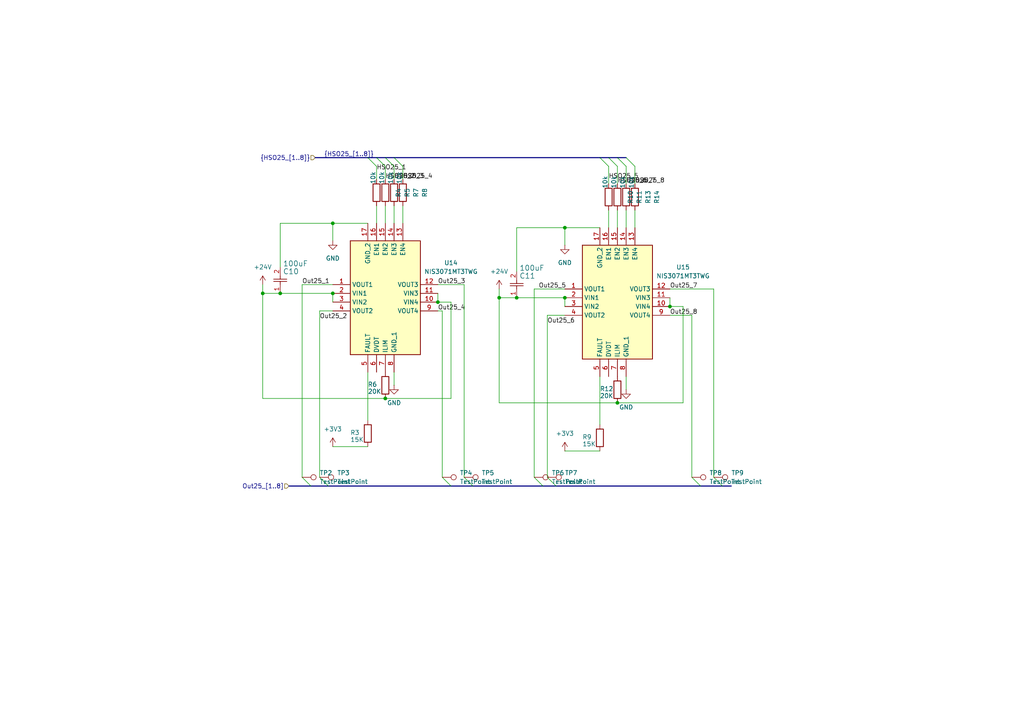
<source format=kicad_sch>
(kicad_sch (version 20231120) (generator "eeschema") (generator_version "8.0")
  (paper "A4")
  (lib_symbols
    (symbol "Connector:TestPoint" (pin_numbers hide) (pin_names (offset 0.762) hide)
      (property "Reference" "TP" (at 0 6.858 0))
      (property "Value" "TestPoint" (at 0 5.08 0))
      (symbol "TestPoint_0_1"
        (circle (center 0 3.302) (radius 0.762))
      )
      (symbol "TestPoint_1_1"
        (pin passive line (at 0 0 90) (length 2.54) (name "1") (number "1"))
      )
    )
    (symbol "Device:R" (pin_numbers hide) (pin_names (offset 0))
      (property "Reference" "R" (at 2.032 0 90))
      (property "Value" "R" (at 0 0 90))
      (symbol "R_0_1"
        (rectangle (start -1.016 -2.54) (end 1.016 2.54) (stroke (width 0.254)))
      )
      (symbol "R_1_1"
        (pin passive line (at 0 3.81 270) (length 1.27) (name "~") (number "1"))
        (pin passive line (at 0 -3.81 90) (length 1.27) (name "~") (number "2"))
      )
    )
    (symbol "HyprLib:CKG57NX7R1V107M500JH" (pin_names (offset 0.254))
      (property "Reference" "C" (at 3.81 3.81 0))
      (property "Value" "CKG57NX7R1V107M500JH" (at 3.81 -3.81 0))
      (symbol "CKG57NX7R1V107M500JH_1_1"
        (polyline (pts (xy 2.54 0) (xy 3.4798 0)) (stroke (width 0.2032)))
        (polyline (pts (xy 3.4798 -1.905) (xy 3.4798 1.905)) (stroke (width 0.2032)))
        (polyline (pts (xy 4.1148 -1.905) (xy 4.1148 1.905)) (stroke (width 0.2032)))
        (polyline (pts (xy 4.1148 0) (xy 5.08 0)) (stroke (width 0.2032)))
        (pin unspecified line (at 0 0 0) (length 2.54) (name "") (number "1"))
        (pin unspecified line (at 7.62 0 180) (length 2.54) (name "") (number "2"))
      )
      (symbol "CKG57NX7R1V107M500JH_1_2"
        (polyline (pts (xy -1.905 -4.1148) (xy 1.905 -4.1148)) (stroke (width 0.2032)))
        (polyline (pts (xy -1.905 -3.4798) (xy 1.905 -3.4798)) (stroke (width 0.2032)))
        (polyline (pts (xy 0 -4.1148) (xy 0 -5.08)) (stroke (width 0.2032)))
        (polyline (pts (xy 0 -2.54) (xy 0 -3.4798)) (stroke (width 0.2032)))
        (pin unspecified line (at 0 0 270) (length 2.54) (name "") (number "1"))
        (pin unspecified line (at 0 -7.62 90) (length 2.54) (name "") (number "2"))
      )
    )
    (symbol "NIS3071MT3TWG:NIS3071MT3TWG"
      (property "Reference" "IC" (at 26.67 17.78 0))
      (property "Value" "NIS3071MT3TWG" (at 26.67 15.24 0))
      (symbol "NIS3071MT3TWG_1_1"
        (rectangle (start 5.08 12.7) (end 25.4 -20.32) (stroke (width 0.254)) (fill (type background)))
        (pin passive line (at 0 0 0) (length 5.08) (name "VOUT1") (number "1"))
        (pin passive line (at 30.48 -5.08 180) (length 5.08) (name "VIN4") (number "10"))
        (pin passive line (at 30.48 -2.54 180) (length 5.08) (name "VIN3") (number "11"))
        (pin passive line (at 30.48 0 180) (length 5.08) (name "VOUT3") (number "12"))
        (pin passive line (at 20.32 17.78 270) (length 5.08) (name "EN4") (number "13"))
        (pin passive line (at 17.78 17.78 270) (length 5.08) (name "EN3") (number "14"))
        (pin passive line (at 15.24 17.78 270) (length 5.08) (name "EN2") (number "15"))
        (pin passive line (at 12.7 17.78 270) (length 5.08) (name "EN1") (number "16"))
        (pin passive line (at 10.16 17.78 270) (length 5.08) (name "GND_2") (number "17"))
        (pin passive line (at 0 -2.54 0) (length 5.08) (name "VIN1") (number "2"))
        (pin passive line (at 0 -5.08 0) (length 5.08) (name "VIN2") (number "3"))
        (pin passive line (at 0 -7.62 0) (length 5.08) (name "VOUT2") (number "4"))
        (pin passive line (at 10.16 -25.4 90) (length 5.08) (name "FAULT") (number "5"))
        (pin passive line (at 12.7 -25.4 90) (length 5.08) (name "DVDT") (number "6"))
        (pin passive line (at 15.24 -25.4 90) (length 5.08) (name "ILIM") (number "7"))
        (pin passive line (at 17.78 -25.4 90) (length 5.08) (name "GND_1") (number "8"))
        (pin passive line (at 30.48 -7.62 180) (length 5.08) (name "VOUT4") (number "9"))
      )
    )
    (symbol "power:+24V" (power) (pin_numbers hide) (pin_names (offset 0) hide)
      (property "Value" "+24V" (at 0 3.556 0))
      (symbol "+24V_0_1"
        (polyline (pts (xy -0.762 1.27) (xy 0 2.54)))
        (polyline (pts (xy 0 0) (xy 0 2.54)))
        (polyline (pts (xy 0 2.54) (xy 0.762 1.27)))
      )
      (symbol "+24V_1_1"
        (pin power_in line (at 0 0 90) (length 0) (name "~") (number "1"))
      )
    )
    (symbol "power:+3V3" (power) (pin_numbers hide) (pin_names (offset 0) hide)
      (property "Value" "+3V3" (at 0 3.556 0))
      (symbol "+3V3_0_1"
        (polyline (pts (xy -0.762 1.27) (xy 0 2.54)))
        (polyline (pts (xy 0 0) (xy 0 2.54)))
        (polyline (pts (xy 0 2.54) (xy 0.762 1.27)))
      )
      (symbol "+3V3_1_1"
        (pin power_in line (at 0 0 90) (length 0) (name "~") (number "1"))
      )
    )
    (symbol "power:GND" (power) (pin_numbers hide) (pin_names (offset 0) hide)
      (property "Value" "GND" (at 0 -3.81 0))
      (symbol "GND_0_1"
        (polyline (pts (xy 0 0) (xy 0 -1.27) (xy 1.27 -1.27) (xy 0 -2.54) (xy -1.27 -1.27) (xy 0 -1.27)))
      )
      (symbol "GND_1_1"
        (pin power_in line (at 0 0 270) (length 0) (name "~") (number "1"))
      )
    )
  )
  (junction (at 163.83 66.04))
  (junction (at 127 87.63))
  (junction (at 179.07 116.84))
  (junction (at 163.83 86.36))
  (junction (at 96.52 85.09))
  (junction (at 111.76 115.57))
  (junction (at 76.2 85.09))
  (junction (at 144.78 86.36))
  (junction (at 81.28 85.09))
  (junction (at 194.31 88.9))
  (junction (at 96.52 64.77))
  (junction (at 149.86 86.36))
  (bus_entry (at 161.29 140.97) (size -2.54 -2.54))
  (bus_entry (at 176.53 45.72) (size 2.54 2.54))
  (bus_entry (at 109.22 45.72) (size 2.54 2.54))
  (bus_entry (at 114.3 45.72) (size 2.54 2.54))
  (bus_entry (at 203.2 140.97) (size -2.54 -2.54))
  (bus_entry (at 90.17 140.97) (size -2.54 -2.54))
  (bus_entry (at 209.55 140.97) (size -2.54 -2.54))
  (bus_entry (at 130.81 140.97) (size -2.54 -2.54))
  (bus_entry (at 111.76 45.72) (size 2.54 2.54))
  (bus_entry (at 157.48 140.97) (size -2.54 -2.54))
  (bus_entry (at 181.61 45.72) (size 2.54 2.54))
  (bus_entry (at 179.07 45.72) (size 2.54 2.54))
  (bus_entry (at 95.25 140.97) (size -2.54 -2.54))
  (bus_entry (at 137.16 140.97) (size -2.54 -2.54))
  (bus_entry (at 106.68 45.72) (size 2.54 2.54))
  (bus_entry (at 173.99 45.72) (size 2.54 2.54))
  (wire (pts (xy 163.83 86.36) (xy 163.83 88.9)))
  (bus (pts (xy 179.07 45.72) (xy 181.61 45.72)))
  (wire (pts (xy 116.84 59.69) (xy 116.84 64.77)))
  (wire (pts (xy 149.86 66.04) (xy 163.83 66.04)))
  (wire (pts (xy 81.28 85.09) (xy 96.52 85.09)))
  (wire (pts (xy 92.71 90.17) (xy 96.52 90.17)))
  (wire (pts (xy 134.62 82.55) (xy 127 82.55)))
  (bus (pts (xy 203.2 140.97) (xy 209.55 140.97)))
  (wire (pts (xy 130.81 87.63) (xy 130.81 115.57)))
  (wire (pts (xy 109.22 48.26) (xy 109.22 52.07)))
  (wire (pts (xy 181.61 60.96) (xy 181.61 66.04)))
  (wire (pts (xy 76.2 82.55) (xy 76.2 85.09)))
  (wire (pts (xy 87.63 82.55) (xy 96.52 82.55)))
  (wire (pts (xy 96.52 85.09) (xy 96.52 87.63)))
  (wire (pts (xy 106.68 107.95) (xy 106.68 121.92)))
  (wire (pts (xy 144.78 116.84) (xy 179.07 116.84)))
  (bus (pts (xy 209.55 140.97) (xy 212.09 140.97)))
  (bus (pts (xy 176.53 45.72) (xy 179.07 45.72)))
  (wire (pts (xy 154.94 83.82) (xy 163.83 83.82)))
  (wire (pts (xy 130.81 115.57) (xy 111.76 115.57)))
  (wire (pts (xy 96.52 69.85) (xy 96.52 64.77)))
  (bus (pts (xy 176.53 45.72) (xy 173.99 45.72)))
  (wire (pts (xy 116.84 48.26) (xy 116.84 52.07)))
  (bus (pts (xy 157.48 140.97) (xy 161.29 140.97)))
  (wire (pts (xy 144.78 83.82) (xy 144.78 86.36)))
  (wire (pts (xy 179.07 48.26) (xy 179.07 53.34)))
  (bus (pts (xy 111.76 45.72) (xy 114.3 45.72)))
  (wire (pts (xy 149.86 86.36) (xy 163.83 86.36)))
  (wire (pts (xy 207.01 83.82) (xy 194.31 83.82)))
  (wire (pts (xy 173.99 109.22) (xy 173.99 123.19)))
  (wire (pts (xy 81.28 77.47) (xy 81.28 64.77)))
  (wire (pts (xy 114.3 59.69) (xy 114.3 64.77)))
  (wire (pts (xy 111.76 59.69) (xy 111.76 64.77)))
  (wire (pts (xy 114.3 48.26) (xy 114.3 52.07)))
  (wire (pts (xy 127 87.63) (xy 130.81 87.63)))
  (wire (pts (xy 76.2 115.57) (xy 76.2 85.09)))
  (wire (pts (xy 114.3 107.95) (xy 114.3 111.76)))
  (bus (pts (xy 130.81 140.97) (xy 137.16 140.97)))
  (wire (pts (xy 179.07 116.84) (xy 198.12 116.84)))
  (wire (pts (xy 194.31 86.36) (xy 194.31 88.9)))
  (wire (pts (xy 176.53 48.26) (xy 176.53 53.34)))
  (wire (pts (xy 179.07 60.96) (xy 179.07 66.04)))
  (bus (pts (xy 109.22 45.72) (xy 111.76 45.72)))
  (wire (pts (xy 184.15 48.26) (xy 184.15 53.34)))
  (wire (pts (xy 96.52 129.54) (xy 106.68 129.54)))
  (wire (pts (xy 111.76 115.57) (xy 76.2 115.57)))
  (bus (pts (xy 90.17 140.97) (xy 95.25 140.97)))
  (bus (pts (xy 173.99 45.72) (xy 114.3 45.72)))
  (wire (pts (xy 158.75 91.44) (xy 163.83 91.44)))
  (wire (pts (xy 81.28 64.77) (xy 96.52 64.77)))
  (wire (pts (xy 76.2 85.09) (xy 81.28 85.09)))
  (bus (pts (xy 95.25 140.97) (xy 130.81 140.97)))
  (wire (pts (xy 87.63 82.55) (xy 87.63 138.43)))
  (wire (pts (xy 181.61 48.26) (xy 181.61 53.34)))
  (wire (pts (xy 158.75 91.44) (xy 158.75 138.43)))
  (wire (pts (xy 109.22 59.69) (xy 109.22 64.77)))
  (wire (pts (xy 184.15 60.96) (xy 184.15 66.04)))
  (wire (pts (xy 92.71 90.17) (xy 92.71 138.43)))
  (wire (pts (xy 149.86 78.74) (xy 149.86 66.04)))
  (wire (pts (xy 127 85.09) (xy 127 87.63)))
  (wire (pts (xy 111.76 48.26) (xy 111.76 52.07)))
  (wire (pts (xy 163.83 71.12) (xy 163.83 66.04)))
  (bus (pts (xy 83.82 140.97) (xy 90.17 140.97)))
  (wire (pts (xy 144.78 86.36) (xy 149.86 86.36)))
  (wire (pts (xy 128.27 90.17) (xy 127 90.17)))
  (bus (pts (xy 137.16 140.97) (xy 157.48 140.97)))
  (wire (pts (xy 163.83 130.81) (xy 173.99 130.81)))
  (bus (pts (xy 106.68 45.72) (xy 109.22 45.72)))
  (wire (pts (xy 128.27 138.43) (xy 128.27 90.17)))
  (bus (pts (xy 91.44 45.72) (xy 106.68 45.72)))
  (wire (pts (xy 163.83 66.04) (xy 173.99 66.04)))
  (wire (pts (xy 154.94 138.43) (xy 154.94 83.82)))
  (wire (pts (xy 194.31 88.9) (xy 198.12 88.9)))
  (wire (pts (xy 96.52 64.77) (xy 106.68 64.77)))
  (wire (pts (xy 200.66 91.44) (xy 194.31 91.44)))
  (wire (pts (xy 200.66 138.43) (xy 200.66 91.44)))
  (wire (pts (xy 181.61 109.22) (xy 181.61 113.03)))
  (wire (pts (xy 144.78 116.84) (xy 144.78 86.36)))
  (wire (pts (xy 207.01 138.43) (xy 207.01 83.82)))
  (wire (pts (xy 134.62 138.43) (xy 134.62 82.55)))
  (wire (pts (xy 198.12 88.9) (xy 198.12 116.84)))
  (wire (pts (xy 176.53 60.96) (xy 176.53 66.04)))
  (bus (pts (xy 161.29 140.97) (xy 203.2 140.97)))
  (label "Out25_3" (at 127 82.55 0))
  (label "HSO25_3" (at 114.3 52.07 0))
  (label "HSO25_5" (at 176.53 52.07 0))
  (label "Out25_6" (at 158.75 93.98 0))
  (label "Out25_5" (at 156.21 83.82 0))
  (label "Out25_1" (at 87.63 82.55 0))
  (label "HSO25_1" (at 109.22 49.53 0))
  (label "HSO25_7" (at 181.61 53.34 0))
  (label "HSO25_6" (at 179.07 53.34 0))
  (label "Out25_8" (at 194.31 91.44 0))
  (label "HSO25_4" (at 116.84 52.07 0))
  (label "Out25_2" (at 92.71 92.71 0))
  (label "HSO25_8" (at 184.15 53.34 0))
  (label "{HSO25_[1..8]}" (at 93.98 45.72 0))
  (label "Out25_7" (at 194.31 83.82 0))
  (label "Out25_4" (at 127 90.17 0))
  (label "HSO25_2" (at 111.76 52.07 0))
  (hierarchical_label "Out25_[1..8]" (shape input) (at 83.82 140.97 180))
  (hierarchical_label "{HSO25_[1..8]}" (shape input) (at 91.44 45.72 180))
  (symbol (lib_id "Connector:TestPoint") (at 154.94 138.43 270) (unit 1) (in_bom no)
    (property "Reference" "TP6" (at 160.02 137.1599 90) (effects (justify left)))
    (property "Value" "TestPoint" (at 160.02 139.6999 90) (effects (justify left)))
    (property "Footprint" "TestPoint:TestPoint_Pad_1.5x1.5mm" (effects (hide yes)))
    (property "Description" "test point" (effects (hide yes)))
  )
  (symbol (lib_id "Device:R") (at 176.53 57.15 0) (unit 1)
    (property "Reference" "R10" (at 182.88 57.15 90))
    (property "Value" "10k" (at 175.514 52.832 90))
    (property "Footprint" "Resistor_SMD:R_0402_1005Metric_Pad0.72x0.64mm_HandSolder" (effects (hide yes)))
    (property "Datasheet" "https://api.pim.na.industrial.panasonic.com/file_stream/main/fileversion/1242" (effects (hide yes)))
    (property "Description" "Resistor (ERJ-2GEJ103X)" (effects (hide yes)))
    (property "Manufacturer_Part_Number" "ERJ-2GEJ103X" (effects (hide yes)))
  )
  (symbol (lib_id "Device:R") (at 179.07 113.03 0) (unit 1)
    (property "Reference" "R12" (at 173.99 112.776 0) (effects (justify left)))
    (property "Value" "20K" (at 173.99 114.808 0) (effects (justify left)))
    (property "Footprint" "Resistor_SMD:R_0402_1005Metric_Pad0.72x0.64mm_HandSolder" (effects (hide yes)))
    (property "Datasheet" "https://api.pim.na.industrial.panasonic.com/file_stream/main/fileversion/1242" (effects (hide yes)))
    (property "Description" "Resistor (ERJ-2GEJ203X)" (effects (hide yes)))
    (property "Manufacturer_Part_Number" "ERJ-2GEJ203X" (effects (hide yes)))
  )
  (symbol (lib_id "power:GND") (at 96.52 69.85 0) (unit 1)
    (property "Reference" "#PWR012" (effects (hide yes)))
    (property "Value" "GND" (at 96.52 74.93 0))
    (property "Description" "Power symbol creates a global label with name \"GND\" , ground" (effects (hide yes)))
  )
  (symbol (lib_id "Device:R") (at 106.68 125.73 0) (unit 1)
    (property "Reference" "R3" (at 101.6 125.476 0) (effects (justify left)))
    (property "Value" "15K" (at 101.6 127.508 0) (effects (justify left)))
    (property "Footprint" "Resistor_SMD:R_0402_1005Metric_Pad0.72x0.64mm_HandSolder" (effects (hide yes)))
    (property "Datasheet" "https://api.pim.na.industrial.panasonic.com/file_stream/main/fileversion/1242" (effects (hide yes)))
    (property "Description" "Resistor (ERJ-2GEJ153X)" (effects (hide yes)))
    (property "Manufacturer_Part_Number" "ERJ-2GEJ153X" (effects (hide yes)))
  )
  (symbol (lib_id "Connector:TestPoint") (at 128.27 138.43 270) (unit 1) (in_bom no)
    (property "Reference" "TP4" (at 133.35 137.1599 90) (effects (justify left)))
    (property "Value" "TestPoint" (at 133.35 139.6999 90) (effects (justify left)))
    (property "Footprint" "TestPoint:TestPoint_Pad_1.5x1.5mm" (effects (hide yes)))
    (property "Description" "test point" (effects (hide yes)))
  )
  (symbol (lib_id "Device:R") (at 179.07 57.15 0) (unit 1)
    (property "Reference" "R11" (at 185.42 57.15 90))
    (property "Value" "10k" (at 178.054 52.832 90))
    (property "Footprint" "Resistor_SMD:R_0402_1005Metric_Pad0.72x0.64mm_HandSolder" (effects (hide yes)))
    (property "Datasheet" "https://api.pim.na.industrial.panasonic.com/file_stream/main/fileversion/1242" (effects (hide yes)))
    (property "Description" "Resistor (ERJ-2GEJ103X)" (effects (hide yes)))
    (property "Manufacturer_Part_Number" "ERJ-2GEJ103X" (effects (hide yes)))
  )
  (symbol (lib_id "Device:R") (at 111.76 55.88 0) (unit 1)
    (property "Reference" "R5" (at 118.11 55.88 90))
    (property "Value" "10k" (at 110.744 51.562 90))
    (property "Footprint" "Resistor_SMD:R_0402_1005Metric_Pad0.72x0.64mm_HandSolder" (effects (hide yes)))
    (property "Datasheet" "https://api.pim.na.industrial.panasonic.com/file_stream/main/fileversion/1242" (effects (hide yes)))
    (property "Description" "Resistor (ERJ-2GEJ103X)" (effects (hide yes)))
    (property "Manufacturer_Part_Number" "ERJ-2GEJ103X" (effects (hide yes)))
  )
  (symbol (lib_id "power:GND") (at 163.83 71.12 0) (unit 1)
    (property "Reference" "#PWR016" (effects (hide yes)))
    (property "Value" "GND" (at 163.83 76.2 0))
    (property "Description" "Power symbol creates a global label with name \"GND\" , ground" (effects (hide yes)))
  )
  (symbol (lib_id "Device:R") (at 116.84 55.88 0) (unit 1)
    (property "Reference" "R8" (at 123.19 55.88 90))
    (property "Value" "10k" (at 115.824 51.562 90))
    (property "Footprint" "Resistor_SMD:R_0402_1005Metric_Pad0.72x0.64mm_HandSolder" (effects (hide yes)))
    (property "Datasheet" "https://api.pim.na.industrial.panasonic.com/file_stream/main/fileversion/1242" (effects (hide yes)))
    (property "Description" "Resistor (ERJ-2GEJ103X)" (effects (hide yes)))
    (property "Manufacturer_Part_Number" "ERJ-2GEJ103X" (effects (hide yes)))
  )
  (symbol (lib_id "power:+24V") (at 76.2 82.55 0) (unit 1)
    (property "Reference" "#PWR011" (effects (hide yes)))
    (property "Value" "+24V" (at 76.2 77.47 0))
    (property "Description" "Power symbol creates a global label with name \"+24V\"" (effects (hide yes)))
  )
  (symbol (lib_id "Device:R") (at 109.22 55.88 0) (unit 1)
    (property "Reference" "R4" (at 115.57 55.88 90))
    (property "Value" "10k" (at 108.204 51.562 90))
    (property "Footprint" "Resistor_SMD:R_0402_1005Metric_Pad0.72x0.64mm_HandSolder" (effects (hide yes)))
    (property "Datasheet" "https://api.pim.na.industrial.panasonic.com/file_stream/main/fileversion/1242" (effects (hide yes)))
    (property "Description" "Resistor (ERJ-2GEJ103X)" (effects (hide yes)))
    (property "Manufacturer_Part_Number" "ERJ-2GEJ103X" (effects (hide yes)))
  )
  (symbol (lib_id "Connector:TestPoint") (at 134.62 138.43 270) (unit 1) (in_bom no)
    (property "Reference" "TP5" (at 139.7 137.1599 90) (effects (justify left)))
    (property "Value" "TestPoint" (at 139.7 139.6999 90) (effects (justify left)))
    (property "Footprint" "TestPoint:TestPoint_Pad_1.5x1.5mm" (effects (hide yes)))
    (property "Description" "test point" (effects (hide yes)))
  )
  (symbol (lib_id "Connector:TestPoint") (at 87.63 138.43 270) (unit 1) (in_bom no)
    (property "Reference" "TP2" (at 92.71 137.1599 90) (effects (justify left)))
    (property "Value" "TestPoint" (at 92.71 139.6999 90) (effects (justify left)))
    (property "Footprint" "TestPoint:TestPoint_Pad_1.5x1.5mm" (effects (hide yes)))
    (property "Description" "test point" (effects (hide yes)))
  )
  (symbol (lib_id "NIS3071MT3TWG:NIS3071MT3TWG") (at 163.83 83.82 0) (unit 1)
    (property "Reference" "U15" (at 198.12 77.5014 0))
    (property "Value" "NIS3071MT3TWG" (at 198.12 80.0414 0))
    (property "Footprint" "HyprLib:QFN105P500X600X80-17N" (effects (hide yes)))
    (property "Datasheet" "https://www.onsemi.com/download/data-sheet/pdf/nis3071-d.pdf" (effects (hide yes)))
    (property "Description" "Electronic fuse (eFuse) 4-channel, 8V to 60V, 10A in 5x6mm package" (effects (hide yes)))
    (property "Height" "0.8" (effects (hide yes)))
    (property "Manufacturer_Name" "onsemi" (effects (hide yes)))
    (property "Manufacturer_Part_Number" "NIS3071MT3TWG" (effects (hide yes)))
  )
  (symbol (lib_id "HyprLib:CKG57NX7R1V107M500JH") (at 149.86 86.36 90) (unit 1)
    (property "Reference" "C11" (at 150.622 80.01 90) (effects (font (size 1.524 1.524)) (justify right)))
    (property "Value" "100uF" (at 150.622 77.724 90) (effects (font (size 1.524 1.524)) (justify right)))
    (property "Footprint" "CAP_CKG57N_TDK" (effects (hide yes)))
    (property "Datasheet" "https://product.tdk.com/en/system/files/dam/doc/product/capacitor/ceramic/mlcc/catalog/mlcc_commercial_megacap_en.pdf" (effects (hide yes)))
    (property "Description" "Cap 100uF" (effects (hide yes)))
    (property "Manufacturer_Part_Number" "CKG57NX7R1V107M500JH" (effects (hide yes)))
  )
  (symbol (lib_id "Device:R") (at 173.99 127 0) (unit 1)
    (property "Reference" "R9" (at 168.91 126.746 0) (effects (justify left)))
    (property "Value" "15K" (at 168.91 128.778 0) (effects (justify left)))
    (property "Footprint" "Resistor_SMD:R_0402_1005Metric_Pad0.72x0.64mm_HandSolder" (effects (hide yes)))
    (property "Datasheet" "https://api.pim.na.industrial.panasonic.com/file_stream/main/fileversion/1242" (effects (hide yes)))
    (property "Description" "Resistor (ERJ-2GEJ153X)" (effects (hide yes)))
    (property "Manufacturer_Part_Number" "ERJ-2GEJ153X" (effects (hide yes)))
  )
  (symbol (lib_id "HyprLib:CKG57NX7R1V107M500JH") (at 81.28 85.09 90) (unit 1)
    (property "Reference" "C10" (at 82.042 78.74 90) (effects (font (size 1.524 1.524)) (justify right)))
    (property "Value" "100uF" (at 82.042 76.454 90) (effects (font (size 1.524 1.524)) (justify right)))
    (property "Footprint" "CAP_CKG57N_TDK" (effects (hide yes)))
    (property "Datasheet" "https://product.tdk.com/en/system/files/dam/doc/product/capacitor/ceramic/mlcc/catalog/mlcc_commercial_megacap_en.pdf" (effects (hide yes)))
    (property "Description" "Cap 100uF" (effects (hide yes)))
    (property "Manufacturer_Part_Number" "CKG57NX7R1V107M500JH" (effects (hide yes)))
  )
  (symbol (lib_id "power:GND") (at 181.61 113.03 0) (unit 1)
    (property "Reference" "#PWR018" (effects (hide yes)))
    (property "Value" "GND" (at 181.61 118.11 0))
    (property "Description" "Power symbol creates a global label with name \"GND\" , ground" (effects (hide yes)))
  )
  (symbol (lib_id "power:+3V3") (at 96.52 129.54 0) (unit 1)
    (property "Reference" "#PWR013" (effects (hide yes)))
    (property "Value" "+3V3" (at 96.52 124.46 0))
    (property "Description" "Power symbol creates a global label with name \"+3V3\"" (effects (hide yes)))
  )
  (symbol (lib_id "Connector:TestPoint") (at 158.75 138.43 270) (unit 1) (in_bom no)
    (property "Reference" "TP7" (at 163.83 137.1599 90) (effects (justify left)))
    (property "Value" "TestPoint" (at 163.83 139.6999 90) (effects (justify left)))
    (property "Footprint" "TestPoint:TestPoint_Pad_1.5x1.5mm" (effects (hide yes)))
    (property "Description" "test point" (effects (hide yes)))
  )
  (symbol (lib_id "power:+3V3") (at 163.83 130.81 0) (unit 1)
    (property "Reference" "#PWR017" (effects (hide yes)))
    (property "Value" "+3V3" (at 163.83 125.73 0))
    (property "Description" "Power symbol creates a global label with name \"+3V3\"" (effects (hide yes)))
  )
  (symbol (lib_id "Device:R") (at 114.3 55.88 0) (unit 1)
    (property "Reference" "R7" (at 120.65 55.88 90))
    (property "Value" "10k" (at 113.284 51.562 90))
    (property "Footprint" "Resistor_SMD:R_0402_1005Metric_Pad0.72x0.64mm_HandSolder" (effects (hide yes)))
    (property "Datasheet" "https://api.pim.na.industrial.panasonic.com/file_stream/main/fileversion/1242" (effects (hide yes)))
    (property "Description" "Resistor (ERJ-2GEJ103X)" (effects (hide yes)))
    (property "Manufacturer_Part_Number" "ERJ-2GEJ103X" (effects (hide yes)))
  )
  (symbol (lib_id "power:GND") (at 114.3 111.76 0) (unit 1)
    (property "Reference" "#PWR014" (effects (hide yes)))
    (property "Value" "GND" (at 114.3 116.84 0))
    (property "Description" "Power symbol creates a global label with name \"GND\" , ground" (effects (hide yes)))
  )
  (symbol (lib_id "power:+24V") (at 144.78 83.82 0) (unit 1)
    (property "Reference" "#PWR015" (effects (hide yes)))
    (property "Value" "+24V" (at 144.78 78.74 0))
    (property "Description" "Power symbol creates a global label with name \"+24V\"" (effects (hide yes)))
  )
  (symbol (lib_id "Connector:TestPoint") (at 92.71 138.43 270) (unit 1) (in_bom no)
    (property "Reference" "TP3" (at 97.79 137.1599 90) (effects (justify left)))
    (property "Value" "TestPoint" (at 97.79 139.6999 90) (effects (justify left)))
    (property "Footprint" "TestPoint:TestPoint_Pad_1.5x1.5mm" (effects (hide yes)))
    (property "Description" "test point" (effects (hide yes)))
  )
  (symbol (lib_id "Device:R") (at 181.61 57.15 0) (unit 1)
    (property "Reference" "R13" (at 187.96 57.15 90))
    (property "Value" "10k" (at 180.594 52.832 90))
    (property "Footprint" "Resistor_SMD:R_0402_1005Metric_Pad0.72x0.64mm_HandSolder" (effects (hide yes)))
    (property "Datasheet" "https://api.pim.na.industrial.panasonic.com/file_stream/main/fileversion/1242" (effects (hide yes)))
    (property "Description" "Resistor (ERJ-2GEJ103X)" (effects (hide yes)))
    (property "Manufacturer_Part_Number" "ERJ-2GEJ103X" (effects (hide yes)))
  )
  (symbol (lib_id "Connector:TestPoint") (at 200.66 138.43 270) (unit 1) (in_bom no)
    (property "Reference" "TP8" (at 205.74 137.1599 90) (effects (justify left)))
    (property "Value" "TestPoint" (at 205.74 139.6999 90) (effects (justify left)))
    (property "Footprint" "TestPoint:TestPoint_Pad_1.5x1.5mm" (effects (hide yes)))
    (property "Description" "test point" (effects (hide yes)))
  )
  (symbol (lib_id "Device:R") (at 111.76 111.76 0) (unit 1)
    (property "Reference" "R6" (at 106.68 111.506 0) (effects (justify left)))
    (property "Value" "20K" (at 106.68 113.538 0) (effects (justify left)))
    (property "Footprint" "Resistor_SMD:R_0402_1005Metric_Pad0.72x0.64mm_HandSolder" (effects (hide yes)))
    (property "Datasheet" "https://api.pim.na.industrial.panasonic.com/file_stream/main/fileversion/1242" (effects (hide yes)))
    (property "Description" "Resistor (ERJ-2GEJ203X)" (effects (hide yes)))
    (property "Manufacturer_Part_Number" "ERJ-2GEJ203X" (effects (hide yes)))
  )
  (symbol (lib_id "NIS3071MT3TWG:NIS3071MT3TWG") (at 96.52 82.55 0) (unit 1)
    (property "Reference" "U14" (at 130.81 76.2314 0))
    (property "Value" "NIS3071MT3TWG" (at 130.81 78.7714 0))
    (property "Footprint" "HyprLib:QFN105P500X600X80-17N" (effects (hide yes)))
    (property "Datasheet" "https://www.onsemi.com/download/data-sheet/pdf/nis3071-d.pdf" (effects (hide yes)))
    (property "Description" "Electronic fuse (eFuse) 4-channel, 8V to 60V, 10A in 5x6mm package" (effects (hide yes)))
    (property "Height" "0.8" (effects (hide yes)))
    (property "Manufacturer_Name" "onsemi" (effects (hide yes)))
    (property "Manufacturer_Part_Number" "NIS3071MT3TWG" (effects (hide yes)))
  )
  (symbol (lib_id "Device:R") (at 184.15 57.15 0) (unit 1)
    (property "Reference" "R14" (at 190.5 57.15 90))
    (property "Value" "10k" (at 183.134 52.832 90))
    (property "Footprint" "Resistor_SMD:R_0402_1005Metric_Pad0.72x0.64mm_HandSolder" (effects (hide yes)))
    (property "Datasheet" "https://api.pim.na.industrial.panasonic.com/file_stream/main/fileversion/1242" (effects (hide yes)))
    (property "Description" "Resistor (ERJ-2GEJ103X)" (effects (hide yes)))
    (property "Manufacturer_Part_Number" "ERJ-2GEJ103X" (effects (hide yes)))
  )
  (symbol (lib_id "Connector:TestPoint") (at 207.01 138.43 270) (unit 1) (in_bom no)
    (property "Reference" "TP9" (at 212.09 137.1599 90) (effects (justify left)))
    (property "Value" "TestPoint" (at 212.09 139.6999 90) (effects (justify left)))
    (property "Footprint" "TestPoint:TestPoint_Pad_1.5x1.5mm" (effects (hide yes)))
    (property "Description" "test point" (effects (hide yes)))
  )
)
</source>
